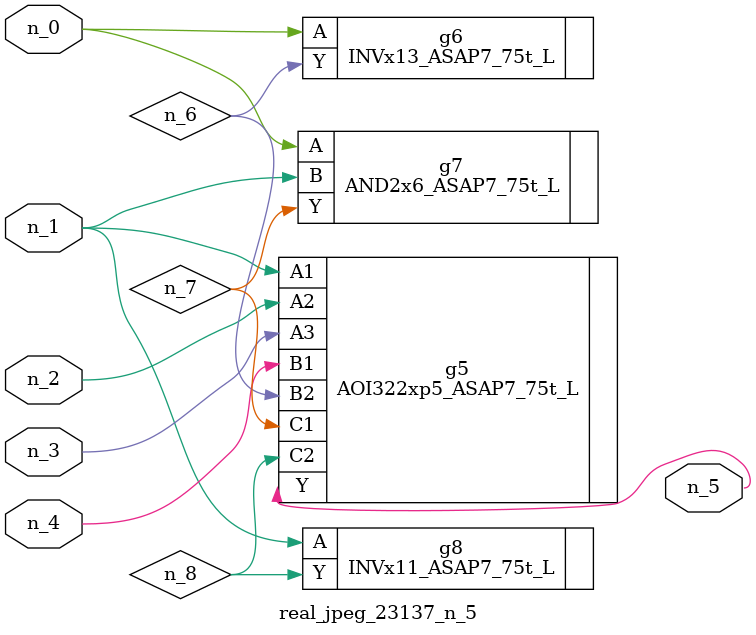
<source format=v>
module real_jpeg_23137_n_5 (n_4, n_0, n_1, n_2, n_3, n_5);

input n_4;
input n_0;
input n_1;
input n_2;
input n_3;

output n_5;

wire n_8;
wire n_6;
wire n_7;

INVx13_ASAP7_75t_L g6 ( 
.A(n_0),
.Y(n_6)
);

AND2x6_ASAP7_75t_L g7 ( 
.A(n_0),
.B(n_1),
.Y(n_7)
);

AOI322xp5_ASAP7_75t_L g5 ( 
.A1(n_1),
.A2(n_2),
.A3(n_3),
.B1(n_4),
.B2(n_6),
.C1(n_7),
.C2(n_8),
.Y(n_5)
);

INVx11_ASAP7_75t_L g8 ( 
.A(n_1),
.Y(n_8)
);


endmodule
</source>
